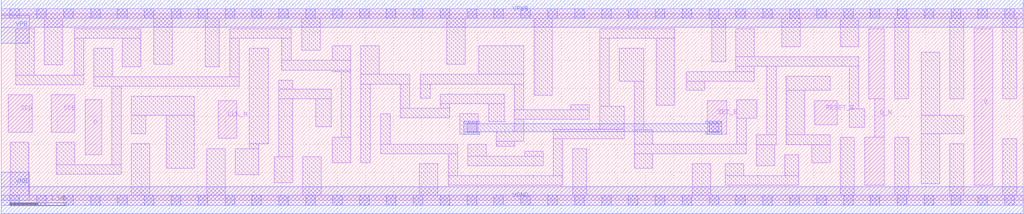
<source format=lef>
# Copyright 2020 The SkyWater PDK Authors
#
# Licensed under the Apache License, Version 2.0 (the "License");
# you may not use this file except in compliance with the License.
# You may obtain a copy of the License at
#
#     https://www.apache.org/licenses/LICENSE-2.0
#
# Unless required by applicable law or agreed to in writing, software
# distributed under the License is distributed on an "AS IS" BASIS,
# WITHOUT WARRANTIES OR CONDITIONS OF ANY KIND, either express or implied.
# See the License for the specific language governing permissions and
# limitations under the License.
#
# SPDX-License-Identifier: Apache-2.0

VERSION 5.5 ;
NAMESCASESENSITIVE ON ;
BUSBITCHARS "[]" ;
DIVIDERCHAR "/" ;
MACRO sky130_fd_sc_lp__sdfbbn_2
  CLASS CORE ;
  SOURCE USER ;
  ORIGIN  0.000000  0.000000 ;
  SIZE  18.24000 BY  3.330000 ;
  SYMMETRY X Y R90 ;
  SITE unit ;
  PIN D
    ANTENNAGATEAREA  0.159000 ;
    DIRECTION INPUT ;
    USE SIGNAL ;
    PORT
      LAYER li1 ;
        RECT 1.495000 0.810000 1.795000 1.795000 ;
    END
  END D
  PIN Q
    ANTENNADIFFAREA  0.588000 ;
    DIRECTION OUTPUT ;
    USE SIGNAL ;
    PORT
      LAYER li1 ;
        RECT 17.365000 0.265000 17.695000 3.065000 ;
    END
  END Q
  PIN Q_N
    ANTENNADIFFAREA  0.588000 ;
    DIRECTION OUTPUT ;
    USE SIGNAL ;
    PORT
      LAYER li1 ;
        RECT 15.410000 0.265000 15.765000 1.125000 ;
        RECT 15.485000 1.815000 15.765000 3.065000 ;
        RECT 15.595000 1.125000 15.765000 1.815000 ;
    END
  END Q_N
  PIN RESET_B
    ANTENNAGATEAREA  0.159000 ;
    DIRECTION INPUT ;
    USE SIGNAL ;
    PORT
      LAYER li1 ;
        RECT 14.525000 1.345000 14.920000 1.780000 ;
    END
  END RESET_B
  PIN SCD
    ANTENNAGATEAREA  0.159000 ;
    DIRECTION INPUT ;
    USE SIGNAL ;
    PORT
      LAYER li1 ;
        RECT 0.125000 1.215000 0.550000 1.885000 ;
    END
  END SCD
  PIN SCE
    ANTENNAGATEAREA  0.318000 ;
    DIRECTION INPUT ;
    USE SIGNAL ;
    PORT
      LAYER li1 ;
        RECT 0.895000 1.215000 1.315000 1.885000 ;
    END
  END SCE
  PIN SET_B
    ANTENNADIFFAREA  2.773000 ;
    ANTENNAPARTIALMETALSIDEAREA  3.451000 ;
    DIRECTION INPUT ;
    USE SIGNAL ;
    PORT
      LAYER li1 ;
        RECT 12.605000 1.180000 12.950000 1.780000 ;
    END
  END SET_B
  PIN CLK_N
    ANTENNAGATEAREA  0.159000 ;
    DIRECTION INPUT ;
    USE CLOCK ;
    PORT
      LAYER li1 ;
        RECT 3.870000 1.110000 4.200000 1.780000 ;
    END
  END CLK_N
  PIN VGND
    DIRECTION INOUT ;
    USE GROUND ;
    PORT
      LAYER met1 ;
        RECT 0.000000 -0.245000 18.240000 0.245000 ;
    END
  END VGND
  PIN VNB
    DIRECTION INOUT ;
    USE GROUND ;
    PORT
      LAYER met1 ;
        RECT 0.000000 0.000000 0.500000 0.500000 ;
    END
  END VNB
  PIN VPB
    DIRECTION INOUT ;
    USE POWER ;
    PORT
      LAYER met1 ;
        RECT 0.000000 2.800000 0.500000 3.300000 ;
    END
  END VPB
  PIN VPWR
    DIRECTION INOUT ;
    USE POWER ;
    PORT
      LAYER met1 ;
        RECT 0.000000 3.085000 18.240000 3.575000 ;
    END
  END VPWR
  OBS
    LAYER li1 ;
      RECT  0.000000 -0.085000 18.240000 0.085000 ;
      RECT  0.000000  3.245000 18.240000 3.415000 ;
      RECT  0.165000  0.085000  0.495000 1.035000 ;
      RECT  0.260000  2.065000  1.470000 2.235000 ;
      RECT  0.260000  2.235000  0.590000 3.065000 ;
      RECT  0.770000  2.415000  1.100000 3.245000 ;
      RECT  0.985000  0.460000  2.145000 0.630000 ;
      RECT  0.985000  0.630000  1.315000 1.035000 ;
      RECT  1.300000  2.235000  1.470000 2.895000 ;
      RECT  1.300000  2.895000  2.490000 3.065000 ;
      RECT  1.650000  2.035000  4.245000 2.205000 ;
      RECT  1.650000  2.205000  1.980000 2.715000 ;
      RECT  1.975000  0.630000  2.145000 2.035000 ;
      RECT  2.160000  2.385000  2.490000 2.895000 ;
      RECT  2.325000  0.085000  2.655000 1.005000 ;
      RECT  2.325000  1.185000  2.580000 1.515000 ;
      RECT  2.325000  1.515000  3.445000 1.855000 ;
      RECT  2.720000  2.425000  3.050000 3.245000 ;
      RECT  2.945000  0.575000  3.445000 1.515000 ;
      RECT  3.645000  2.385000  3.895000 3.245000 ;
      RECT  3.665000  0.085000  3.995000 0.915000 ;
      RECT  4.075000  2.205000  4.245000 2.895000 ;
      RECT  4.075000  2.895000  5.180000 3.065000 ;
      RECT  4.175000  0.455000  4.595000 0.915000 ;
      RECT  4.425000  0.915000  4.595000 1.005000 ;
      RECT  4.425000  1.005000  4.770000 2.715000 ;
      RECT  4.870000  0.315000  5.200000 0.775000 ;
      RECT  4.950000  0.775000  5.200000 1.815000 ;
      RECT  4.950000  1.815000  5.890000 1.985000 ;
      RECT  4.950000  1.985000  5.200000 2.145000 ;
      RECT  5.010000  2.325000  6.240000 2.495000 ;
      RECT  5.010000  2.495000  5.180000 2.895000 ;
      RECT  5.360000  2.675000  5.690000 3.245000 ;
      RECT  5.380000  0.085000  5.710000 0.775000 ;
      RECT  5.615000  1.315000  5.890000 1.815000 ;
      RECT  5.910000  0.665000  6.240000 1.125000 ;
      RECT  5.910000  2.295000  6.240000 2.325000 ;
      RECT  5.910000  2.495000  6.240000 2.755000 ;
      RECT  6.070000  1.125000  6.240000 2.295000 ;
      RECT  6.420000  0.665000  6.590000 2.075000 ;
      RECT  6.420000  2.075000  7.295000 2.245000 ;
      RECT  6.420000  2.245000  6.750000 2.755000 ;
      RECT  6.770000  0.830000  8.145000 1.000000 ;
      RECT  6.770000  1.000000  6.945000 1.545000 ;
      RECT  7.125000  1.475000  8.005000 1.645000 ;
      RECT  7.125000  1.645000  7.295000 2.075000 ;
      RECT  7.465000  0.085000  7.795000 0.650000 ;
      RECT  7.475000  1.825000  7.655000 2.075000 ;
      RECT  7.475000  2.075000  9.330000 2.245000 ;
      RECT  7.835000  1.645000  8.005000 1.725000 ;
      RECT  7.835000  1.725000  8.980000 1.895000 ;
      RECT  7.955000  2.425000  8.285000 3.245000 ;
      RECT  7.975000  0.265000 10.025000 0.435000 ;
      RECT  7.975000  0.435000  8.145000 0.830000 ;
      RECT  8.185000  1.180000  8.515000 1.545000 ;
      RECT  8.325000  0.615000  9.675000 0.785000 ;
      RECT  8.325000  0.785000  8.655000 1.000000 ;
      RECT  8.525000  2.245000  9.330000 2.755000 ;
      RECT  8.705000  1.405000  8.980000 1.725000 ;
      RECT  8.835000  0.965000  9.165000 1.055000 ;
      RECT  8.835000  1.055000  9.330000 1.225000 ;
      RECT  9.160000  1.225000  9.330000 1.445000 ;
      RECT  9.160000  1.445000 10.500000 1.615000 ;
      RECT  9.160000  1.615000  9.330000 2.075000 ;
      RECT  9.345000  0.785000  9.675000 0.875000 ;
      RECT  9.510000  1.875000  9.840000 3.245000 ;
      RECT  9.855000  0.435000 10.025000 1.095000 ;
      RECT  9.855000  1.095000 11.120000 1.265000 ;
      RECT 10.170000  1.615000 10.500000 1.705000 ;
      RECT 10.205000  0.085000 10.455000 0.915000 ;
      RECT 10.680000  1.265000 11.120000 1.675000 ;
      RECT 10.680000  1.675000 10.850000 2.895000 ;
      RECT 10.680000  2.895000 12.020000 3.065000 ;
      RECT 11.030000  2.120000 11.470000 2.715000 ;
      RECT 11.300000  0.575000 11.630000 0.830000 ;
      RECT 11.300000  0.830000 13.300000 1.000000 ;
      RECT 11.300000  1.000000 11.630000 1.255000 ;
      RECT 11.300000  1.255000 11.470000 2.120000 ;
      RECT 11.690000  1.700000 12.020000 2.895000 ;
      RECT 12.230000  1.960000 12.560000 2.120000 ;
      RECT 12.230000  2.120000 13.445000 2.290000 ;
      RECT 12.335000  0.085000 12.665000 0.650000 ;
      RECT 12.685000  2.470000 12.935000 3.245000 ;
      RECT 12.925000  0.265000 14.240000 0.435000 ;
      RECT 12.925000  0.435000 13.255000 0.650000 ;
      RECT 13.115000  2.290000 13.445000 2.390000 ;
      RECT 13.115000  2.390000 15.305000 2.560000 ;
      RECT 13.115000  2.560000 13.445000 3.065000 ;
      RECT 13.130000  1.000000 13.300000 1.460000 ;
      RECT 13.130000  1.460000 13.485000 1.790000 ;
      RECT 13.480000  0.615000 13.810000 0.995000 ;
      RECT 13.480000  0.995000 13.835000 1.165000 ;
      RECT 13.665000  1.165000 13.835000 2.390000 ;
      RECT 13.935000  2.740000 14.265000 3.245000 ;
      RECT 13.990000  0.435000 14.240000 0.815000 ;
      RECT 14.015000  0.995000 14.800000 1.165000 ;
      RECT 14.015000  1.165000 14.340000 1.960000 ;
      RECT 14.015000  1.960000 14.795000 2.210000 ;
      RECT 14.470000  0.665000 14.800000 0.995000 ;
      RECT 14.975000  2.740000 15.305000 3.245000 ;
      RECT 14.980000  0.085000 15.230000 1.125000 ;
      RECT 15.135000  1.305000 15.415000 1.635000 ;
      RECT 15.135000  1.635000 15.305000 2.390000 ;
      RECT 15.945000  0.085000 16.195000 1.125000 ;
      RECT 15.945000  1.815000 16.195000 3.245000 ;
      RECT 16.425000  0.295000 16.755000 1.185000 ;
      RECT 16.425000  1.185000 17.185000 1.515000 ;
      RECT 16.425000  1.515000 16.755000 2.640000 ;
      RECT 16.935000  0.085000 17.185000 1.005000 ;
      RECT 16.935000  1.815000 17.185000 3.245000 ;
      RECT 17.875000  0.085000 18.125000 1.095000 ;
      RECT 17.875000  1.815000 18.125000 3.245000 ;
    LAYER mcon ;
      RECT  0.155000 -0.085000  0.325000 0.085000 ;
      RECT  0.155000  3.245000  0.325000 3.415000 ;
      RECT  0.635000 -0.085000  0.805000 0.085000 ;
      RECT  0.635000  3.245000  0.805000 3.415000 ;
      RECT  1.115000 -0.085000  1.285000 0.085000 ;
      RECT  1.115000  3.245000  1.285000 3.415000 ;
      RECT  1.595000 -0.085000  1.765000 0.085000 ;
      RECT  1.595000  3.245000  1.765000 3.415000 ;
      RECT  2.075000 -0.085000  2.245000 0.085000 ;
      RECT  2.075000  3.245000  2.245000 3.415000 ;
      RECT  2.555000 -0.085000  2.725000 0.085000 ;
      RECT  2.555000  3.245000  2.725000 3.415000 ;
      RECT  3.035000 -0.085000  3.205000 0.085000 ;
      RECT  3.035000  3.245000  3.205000 3.415000 ;
      RECT  3.515000 -0.085000  3.685000 0.085000 ;
      RECT  3.515000  3.245000  3.685000 3.415000 ;
      RECT  3.995000 -0.085000  4.165000 0.085000 ;
      RECT  3.995000  3.245000  4.165000 3.415000 ;
      RECT  4.475000 -0.085000  4.645000 0.085000 ;
      RECT  4.475000  3.245000  4.645000 3.415000 ;
      RECT  4.955000 -0.085000  5.125000 0.085000 ;
      RECT  4.955000  3.245000  5.125000 3.415000 ;
      RECT  5.435000 -0.085000  5.605000 0.085000 ;
      RECT  5.435000  3.245000  5.605000 3.415000 ;
      RECT  5.915000 -0.085000  6.085000 0.085000 ;
      RECT  5.915000  3.245000  6.085000 3.415000 ;
      RECT  6.395000 -0.085000  6.565000 0.085000 ;
      RECT  6.395000  3.245000  6.565000 3.415000 ;
      RECT  6.875000 -0.085000  7.045000 0.085000 ;
      RECT  6.875000  3.245000  7.045000 3.415000 ;
      RECT  7.355000 -0.085000  7.525000 0.085000 ;
      RECT  7.355000  3.245000  7.525000 3.415000 ;
      RECT  7.835000 -0.085000  8.005000 0.085000 ;
      RECT  7.835000  3.245000  8.005000 3.415000 ;
      RECT  8.315000 -0.085000  8.485000 0.085000 ;
      RECT  8.315000  1.210000  8.485000 1.380000 ;
      RECT  8.315000  3.245000  8.485000 3.415000 ;
      RECT  8.795000 -0.085000  8.965000 0.085000 ;
      RECT  8.795000  3.245000  8.965000 3.415000 ;
      RECT  9.275000 -0.085000  9.445000 0.085000 ;
      RECT  9.275000  3.245000  9.445000 3.415000 ;
      RECT  9.755000 -0.085000  9.925000 0.085000 ;
      RECT  9.755000  3.245000  9.925000 3.415000 ;
      RECT 10.235000 -0.085000 10.405000 0.085000 ;
      RECT 10.235000  3.245000 10.405000 3.415000 ;
      RECT 10.715000 -0.085000 10.885000 0.085000 ;
      RECT 10.715000  3.245000 10.885000 3.415000 ;
      RECT 11.195000 -0.085000 11.365000 0.085000 ;
      RECT 11.195000  3.245000 11.365000 3.415000 ;
      RECT 11.675000 -0.085000 11.845000 0.085000 ;
      RECT 11.675000  3.245000 11.845000 3.415000 ;
      RECT 12.155000 -0.085000 12.325000 0.085000 ;
      RECT 12.155000  3.245000 12.325000 3.415000 ;
      RECT 12.635000 -0.085000 12.805000 0.085000 ;
      RECT 12.635000  1.210000 12.805000 1.380000 ;
      RECT 12.635000  3.245000 12.805000 3.415000 ;
      RECT 13.115000 -0.085000 13.285000 0.085000 ;
      RECT 13.115000  3.245000 13.285000 3.415000 ;
      RECT 13.595000 -0.085000 13.765000 0.085000 ;
      RECT 13.595000  3.245000 13.765000 3.415000 ;
      RECT 14.075000 -0.085000 14.245000 0.085000 ;
      RECT 14.075000  3.245000 14.245000 3.415000 ;
      RECT 14.555000 -0.085000 14.725000 0.085000 ;
      RECT 14.555000  3.245000 14.725000 3.415000 ;
      RECT 15.035000 -0.085000 15.205000 0.085000 ;
      RECT 15.035000  3.245000 15.205000 3.415000 ;
      RECT 15.515000 -0.085000 15.685000 0.085000 ;
      RECT 15.515000  3.245000 15.685000 3.415000 ;
      RECT 15.995000 -0.085000 16.165000 0.085000 ;
      RECT 15.995000  3.245000 16.165000 3.415000 ;
      RECT 16.475000 -0.085000 16.645000 0.085000 ;
      RECT 16.475000  3.245000 16.645000 3.415000 ;
      RECT 16.955000 -0.085000 17.125000 0.085000 ;
      RECT 16.955000  3.245000 17.125000 3.415000 ;
      RECT 17.435000 -0.085000 17.605000 0.085000 ;
      RECT 17.435000  3.245000 17.605000 3.415000 ;
      RECT 17.915000 -0.085000 18.085000 0.085000 ;
      RECT 17.915000  3.245000 18.085000 3.415000 ;
    LAYER met1 ;
      RECT  8.255000 1.180000  8.545000 1.225000 ;
      RECT  8.255000 1.225000 12.865000 1.365000 ;
      RECT  8.255000 1.365000  8.545000 1.410000 ;
      RECT 12.575000 1.180000 12.865000 1.225000 ;
      RECT 12.575000 1.365000 12.865000 1.410000 ;
  END
END sky130_fd_sc_lp__sdfbbn_2
END LIBRARY

</source>
